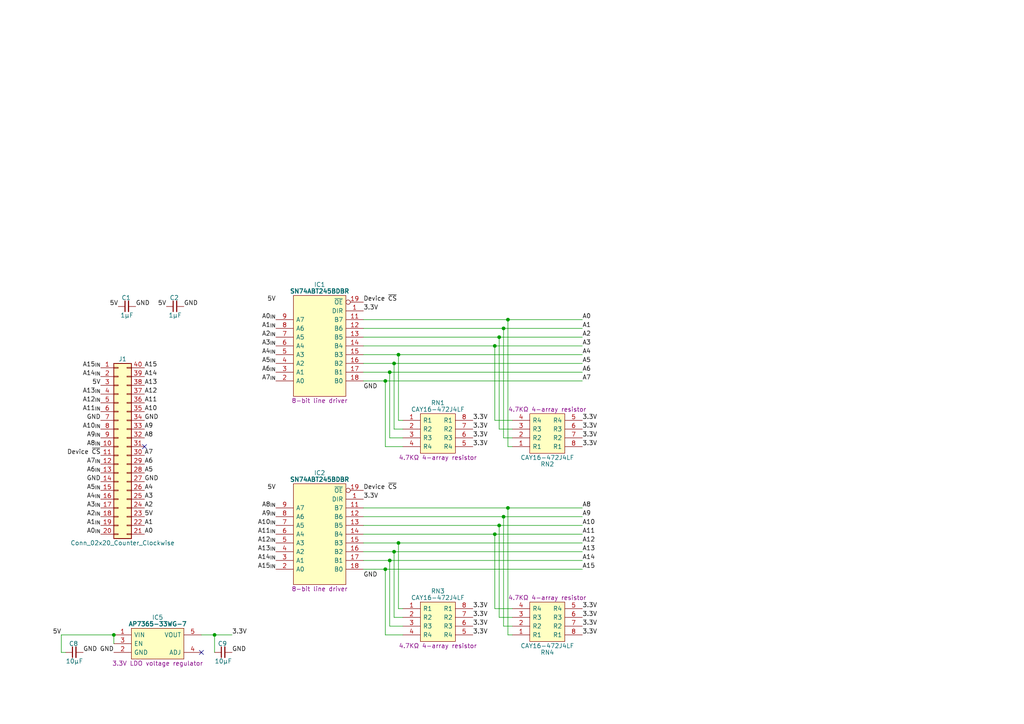
<source format=kicad_sch>
(kicad_sch (version 20230121) (generator eeschema)
  (paper "A4")
  (title_block (title "Address Buffer 16bit") (date "2024-02-01") (rev "V0"))
  (lib_symbols
    (symbol "Bourns:CAY16-472J4LF" (pin_names (offset 0.762))
      (property "Reference" "RN" (at 10.16 5.08 0))
      (property "Value" "CAY16-472J4LF" (at 10.16 3.175 0))
      (property "Description" "4.7KΩ 4-array resistor" (at 10.16 -10.795 0))
      (symbol "CAY16-472J4LF_0_0"
        (pin passive line (at 0 0 0) (length 5.08) (name "R1") (number "1"))
        (pin passive line (at 0 -2.54 0) (length 5.08) (name "R2") (number "2"))
        (pin passive line (at 0 -5.08 0) (length 5.08) (name "R3") (number "3"))
        (pin passive line (at 0 -7.62 0) (length 5.08) (name "R4") (number "4"))
        (pin passive line (at 20.32 -7.62 180) (length 5.08) (name "R4") (number "5"))
        (pin passive line (at 20.32 -5.08 180) (length 5.08) (name "R3") (number "6"))
        (pin passive line (at 20.32 -2.54 180) (length 5.08) (name "R2") (number "7"))
        (pin passive line (at 20.32 0 180) (length 5.08) (name "R1") (number "8"))
      )
      (symbol "CAY16-472J4LF_0_1"
        (polyline (pts (xy 5.08 1.905) (xy 15.24 1.905) (xy 15.24 -9.525) (xy 5.08 -9.525) (xy 5.08 1.905)) (stroke (width 0.1524)) (fill (type background)))
      )
    )
    (symbol "Connector_Generic:Conn_02x20_Counter_Clockwise" (pin_names (offset 1.016) hide)
      (property "Reference" "J" (at 1.27 25.4 0))
      (property "Value" "Conn_02x20_Counter_Clockwise" (at 1.27 -27.94 0))
      (symbol "Conn_02x20_Counter_Clockwise_1_1"
        (rectangle (start -1.27 -25.273) (end 0 -25.527) (stroke (width 0.1524)))
        (rectangle (start -1.27 -22.733) (end 0 -22.987) (stroke (width 0.1524)))
        (rectangle (start -1.27 -20.193) (end 0 -20.447) (stroke (width 0.1524)))
        (rectangle (start -1.27 -17.653) (end 0 -17.907) (stroke (width 0.1524)))
        (rectangle (start -1.27 -15.113) (end 0 -15.367) (stroke (width 0.1524)))
        (rectangle (start -1.27 -12.573) (end 0 -12.827) (stroke (width 0.1524)))
        (rectangle (start -1.27 -10.033) (end 0 -10.287) (stroke (width 0.1524)))
        (rectangle (start -1.27 -7.493) (end 0 -7.747) (stroke (width 0.1524)))
        (rectangle (start -1.27 -4.953) (end 0 -5.207) (stroke (width 0.1524)))
        (rectangle (start -1.27 -2.413) (end 0 -2.667) (stroke (width 0.1524)))
        (rectangle (start -1.27 0.127) (end 0 -0.127) (stroke (width 0.1524)))
        (rectangle (start -1.27 2.667) (end 0 2.413) (stroke (width 0.1524)))
        (rectangle (start -1.27 5.207) (end 0 4.953) (stroke (width 0.1524)))
        (rectangle (start -1.27 7.747) (end 0 7.493) (stroke (width 0.1524)))
        (rectangle (start -1.27 10.287) (end 0 10.033) (stroke (width 0.1524)))
        (rectangle (start -1.27 12.827) (end 0 12.573) (stroke (width 0.1524)))
        (rectangle (start -1.27 15.367) (end 0 15.113) (stroke (width 0.1524)))
        (rectangle (start -1.27 17.907) (end 0 17.653) (stroke (width 0.1524)))
        (rectangle (start -1.27 20.447) (end 0 20.193) (stroke (width 0.1524)))
        (rectangle (start -1.27 22.987) (end 0 22.733) (stroke (width 0.1524)))
        (rectangle (start -1.27 24.13) (end 3.81 -26.67) (stroke (width 0.254)) (fill (type background)))
        (rectangle (start 3.81 -25.273) (end 2.54 -25.527) (stroke (width 0.1524)))
        (rectangle (start 3.81 -22.733) (end 2.54 -22.987) (stroke (width 0.1524)))
        (rectangle (start 3.81 -20.193) (end 2.54 -20.447) (stroke (width 0.1524)))
        (rectangle (start 3.81 -17.653) (end 2.54 -17.907) (stroke (width 0.1524)))
        (rectangle (start 3.81 -15.113) (end 2.54 -15.367) (stroke (width 0.1524)))
        (rectangle (start 3.81 -12.573) (end 2.54 -12.827) (stroke (width 0.1524)))
        (rectangle (start 3.81 -10.033) (end 2.54 -10.287) (stroke (width 0.1524)))
        (rectangle (start 3.81 -7.493) (end 2.54 -7.747) (stroke (width 0.1524)))
        (rectangle (start 3.81 -4.953) (end 2.54 -5.207) (stroke (width 0.1524)))
        (rectangle (start 3.81 -2.413) (end 2.54 -2.667) (stroke (width 0.1524)))
        (rectangle (start 3.81 0.127) (end 2.54 -0.127) (stroke (width 0.1524)))
        (rectangle (start 3.81 2.667) (end 2.54 2.413) (stroke (width 0.1524)))
        (rectangle (start 3.81 5.207) (end 2.54 4.953) (stroke (width 0.1524)))
        (rectangle (start 3.81 7.747) (end 2.54 7.493) (stroke (width 0.1524)))
        (rectangle (start 3.81 10.287) (end 2.54 10.033) (stroke (width 0.1524)))
        (rectangle (start 3.81 12.827) (end 2.54 12.573) (stroke (width 0.1524)))
        (rectangle (start 3.81 15.367) (end 2.54 15.113) (stroke (width 0.1524)))
        (rectangle (start 3.81 17.907) (end 2.54 17.653) (stroke (width 0.1524)))
        (rectangle (start 3.81 20.447) (end 2.54 20.193) (stroke (width 0.1524)))
        (rectangle (start 3.81 22.987) (end 2.54 22.733) (stroke (width 0.1524)))
        (pin passive line (at -5.08 22.86 0) (length 3.81) (name "Pin_1") (number "1"))
        (pin passive line (at -5.08 0 0) (length 3.81) (name "Pin_10") (number "10"))
        (pin passive line (at -5.08 -2.54 0) (length 3.81) (name "Pin_11") (number "11"))
        (pin passive line (at -5.08 -5.08 0) (length 3.81) (name "Pin_12") (number "12"))
        (pin passive line (at -5.08 -7.62 0) (length 3.81) (name "Pin_13") (number "13"))
        (pin passive line (at -5.08 -10.16 0) (length 3.81) (name "Pin_14") (number "14"))
        (pin passive line (at -5.08 -12.7 0) (length 3.81) (name "Pin_15") (number "15"))
        (pin passive line (at -5.08 -15.24 0) (length 3.81) (name "Pin_16") (number "16"))
        (pin passive line (at -5.08 -17.78 0) (length 3.81) (name "Pin_17") (number "17"))
        (pin passive line (at -5.08 -20.32 0) (length 3.81) (name "Pin_18") (number "18"))
        (pin passive line (at -5.08 -22.86 0) (length 3.81) (name "Pin_19") (number "19"))
        (pin passive line (at -5.08 20.32 0) (length 3.81) (name "Pin_2") (number "2"))
        (pin passive line (at -5.08 -25.4 0) (length 3.81) (name "Pin_20") (number "20"))
        (pin passive line (at 7.62 -25.4 180) (length 3.81) (name "Pin_21") (number "21"))
        (pin passive line (at 7.62 -22.86 180) (length 3.81) (name "Pin_22") (number "22"))
        (pin passive line (at 7.62 -20.32 180) (length 3.81) (name "Pin_23") (number "23"))
        (pin passive line (at 7.62 -17.78 180) (length 3.81) (name "Pin_24") (number "24"))
        (pin passive line (at 7.62 -15.24 180) (length 3.81) (name "Pin_25") (number "25"))
        (pin passive line (at 7.62 -12.7 180) (length 3.81) (name "Pin_26") (number "26"))
        (pin passive line (at 7.62 -10.16 180) (length 3.81) (name "Pin_27") (number "27"))
        (pin passive line (at 7.62 -7.62 180) (length 3.81) (name "Pin_28") (number "28"))
        (pin passive line (at 7.62 -5.08 180) (length 3.81) (name "Pin_29") (number "29"))
        (pin passive line (at -5.08 17.78 0) (length 3.81) (name "Pin_3") (number "3"))
        (pin passive line (at 7.62 -2.54 180) (length 3.81) (name "Pin_30") (number "30"))
        (pin passive line (at 7.62 0 180) (length 3.81) (name "Pin_31") (number "31"))
        (pin passive line (at 7.62 2.54 180) (length 3.81) (name "Pin_32") (number "32"))
        (pin passive line (at 7.62 5.08 180) (length 3.81) (name "Pin_33") (number "33"))
        (pin passive line (at 7.62 7.62 180) (length 3.81) (name "Pin_34") (number "34"))
        (pin passive line (at 7.62 10.16 180) (length 3.81) (name "Pin_35") (number "35"))
        (pin passive line (at 7.62 12.7 180) (length 3.81) (name "Pin_36") (number "36"))
        (pin passive line (at 7.62 15.24 180) (length 3.81) (name "Pin_37") (number "37"))
        (pin passive line (at 7.62 17.78 180) (length 3.81) (name "Pin_38") (number "38"))
        (pin passive line (at 7.62 20.32 180) (length 3.81) (name "Pin_39") (number "39"))
        (pin passive line (at -5.08 15.24 0) (length 3.81) (name "Pin_4") (number "4"))
        (pin passive line (at 7.62 22.86 180) (length 3.81) (name "Pin_40") (number "40"))
        (pin passive line (at -5.08 12.7 0) (length 3.81) (name "Pin_5") (number "5"))
        (pin passive line (at -5.08 10.16 0) (length 3.81) (name "Pin_6") (number "6"))
        (pin passive line (at -5.08 7.62 0) (length 3.81) (name "Pin_7") (number "7"))
        (pin passive line (at -5.08 5.08 0) (length 3.81) (name "Pin_8") (number "8"))
        (pin passive line (at -5.08 2.54 0) (length 3.81) (name "Pin_9") (number "9"))
      )
    )
    (symbol "Diodes_Inc:AP7365-33WG-7" (pin_names (offset 0.762))
      (property "Reference" "IC" (at 12.7 5.08 0))
      (property "Value" "AP7365-33WG-7" (at 12.7 3.175 0))
      (property "Description" "3.3V LDO voltage regulator" (at 12.7 -8.255 0))
      (symbol "AP7365-33WG-7_0_0"
        (pin passive line (at 0 0 0) (length 5.08) (name "VIN") (number "1"))
        (pin passive line (at 0 -5.08 0) (length 5.08) (name "GND") (number "2"))
        (pin input line (at 0 -2.54 0) (length 5.08) (name "EN") (number "3"))
        (pin passive line (at 25.4 -5.08 180) (length 5.08) (name "ADJ") (number "4"))
        (pin passive line (at 25.4 0 180) (length 5.08) (name "VOUT") (number "5"))
      )
      (symbol "AP7365-33WG-7_0_1"
        (polyline (pts (xy 5.08 1.905) (xy 20.32 1.905) (xy 20.32 -6.985) (xy 5.08 -6.985) (xy 5.08 1.905)) (fill (type background)))
      )
    )
    (symbol "HCP65:C_0805" (pin_numbers hide) (pin_names (offset 0.254) hide)
      (property "Reference" "C" (at 2.286 2.54 0))
      (property "Value" "?μF" (at 2.54 -2.54 0))
      (symbol "C_0805_0_1"
        (polyline (pts (xy 1.9685 -1.4605) (xy 1.9685 1.5875)) (stroke (width 0.3048)))
        (polyline (pts (xy 2.9845 -1.4605) (xy 2.9845 1.5875)) (stroke (width 0.3302)))
      )
      (symbol "C_0805_1_1"
        (pin passive line (at 0 0 0) (length 2.032) (name "~") (number "1"))
        (pin passive line (at 5.08 0 180) (length 2.032) (name "~") (number "2"))
      )
    )
    (symbol "Texas_Instruments:SN74ABT245BDBR" (pin_names (offset 0.762))
      (property "Reference" "IC" (at 12.7 5.08 0))
      (property "Value" "SN74ABT245BDBR" (at 12.7 3.175 0))
      (property "Description" "8-bit line driver" (at 12.7 -28.575 0))
      (symbol "SN74ABT245BDBR_0_0"
        (pin input line (at 0 -2.54 0) (length 5.08) (name "DIR") (number "1"))
        (pin passive line (at 0 -25.4 0) (length 5.08) hide (name "GND") (number "10"))
        (pin tri_state line (at 0 -5.08 0) (length 5.08) (name "B7") (number "11"))
        (pin tri_state line (at 0 -7.62 0) (length 5.08) (name "B6") (number "12"))
        (pin tri_state line (at 0 -10.16 0) (length 5.08) (name "B5") (number "13"))
        (pin tri_state line (at 0 -12.7 0) (length 5.08) (name "B4") (number "14"))
        (pin tri_state line (at 0 -15.24 0) (length 5.08) (name "B3") (number "15"))
        (pin tri_state line (at 0 -17.78 0) (length 5.08) (name "B2") (number "16"))
        (pin tri_state line (at 0 -20.32 0) (length 5.08) (name "B1") (number "17"))
        (pin tri_state line (at 0 -22.86 0) (length 5.08) (name "B0") (number "18"))
        (pin input inverted (at 0 0 0) (length 5.08) (name "~{OE}") (number "19"))
        (pin tri_state line (at 25.4 -22.86 180) (length 5.08) (name "A0") (number "2"))
        (pin passive line (at 25.4 0 180) (length 5.08) hide (name "5V") (number "20"))
        (pin tri_state line (at 25.4 -20.32 180) (length 5.08) (name "A1") (number "3"))
        (pin tri_state line (at 25.4 -17.78 180) (length 5.08) (name "A2") (number "4"))
        (pin tri_state line (at 25.4 -15.24 180) (length 5.08) (name "A3") (number "5"))
        (pin tri_state line (at 25.4 -12.7 180) (length 5.08) (name "A4") (number "6"))
        (pin tri_state line (at 25.4 -10.16 180) (length 5.08) (name "A5") (number "7"))
        (pin tri_state line (at 25.4 -7.62 180) (length 5.08) (name "A6") (number "8"))
        (pin tri_state line (at 25.4 -5.08 180) (length 5.08) (name "A7") (number "9"))
      )
      (symbol "SN74ABT245BDBR_0_1"
        (polyline (pts (xy 5.08 1.905) (xy 20.32 1.905) (xy 20.32 -27.305) (xy 5.08 -27.305) (xy 5.08 1.905)) (stroke (width 0.1524)) (fill (type background)))
      )
    )
  )
  (junction (at 114.3 105.41))
  (junction (at 147.32 92.71))
  (junction (at 115.57 102.87))
  (junction (at 33.02 184.15))
  (junction (at 146.05 149.86))
  (junction (at 146.05 95.25))
  (junction (at 115.57 157.48))
  (junction (at 113.03 162.56))
  (junction (at 111.76 165.1))
  (junction (at 144.78 97.79))
  (junction (at 143.51 100.33))
  (junction (at 147.32 147.32))
  (junction (at 62.23 184.15))
  (junction (at 113.03 107.95))
  (junction (at 143.51 154.94))
  (junction (at 144.78 152.4))
  (junction (at 111.76 110.49))
  (junction (at 114.3 160.02))
  (no_connect (at 58.42 189.23))
  (no_connect (at 41.91 129.54))
  (wire (pts (xy 143.51 100.33) (xy 168.91 100.33)))
  (wire (pts (xy 148.59 127) (xy 146.05 127)))
  (wire (pts (xy 168.91 154.94) (xy 143.51 154.94)))
  (wire (pts (xy 147.32 92.71) (xy 168.91 92.71)))
  (wire (pts (xy 143.51 176.53) (xy 148.59 176.53)))
  (wire (pts (xy 114.3 105.41) (xy 168.91 105.41)))
  (wire (pts (xy 111.76 129.54) (xy 111.76 110.49)))
  (wire (pts (xy 113.03 127) (xy 113.03 107.95)))
  (wire (pts (xy 146.05 95.25) (xy 168.91 95.25)))
  (wire (pts (xy 62.23 189.23) (xy 62.23 184.15)))
  (wire (pts (xy 144.78 179.07) (xy 144.78 152.4)))
  (wire (pts (xy 148.59 184.15) (xy 147.32 184.15)))
  (wire (pts (xy 105.41 97.79) (xy 144.78 97.79)))
  (wire (pts (xy 114.3 124.46) (xy 116.84 124.46)))
  (wire (pts (xy 147.32 92.71) (xy 147.32 129.54)))
  (wire (pts (xy 111.76 110.49) (xy 168.91 110.49)))
  (wire (pts (xy 111.76 165.1) (xy 105.41 165.1)))
  (wire (pts (xy 146.05 149.86) (xy 146.05 181.61)))
  (wire (pts (xy 113.03 107.95) (xy 168.91 107.95)))
  (wire (pts (xy 105.41 95.25) (xy 146.05 95.25)))
  (wire (pts (xy 168.91 157.48) (xy 115.57 157.48)))
  (wire (pts (xy 148.59 129.54) (xy 147.32 129.54)))
  (wire (pts (xy 17.78 184.15) (xy 33.02 184.15)))
  (wire (pts (xy 143.51 121.92) (xy 148.59 121.92)))
  (wire (pts (xy 105.41 102.87) (xy 115.57 102.87)))
  (wire (pts (xy 144.78 97.79) (xy 168.91 97.79)))
  (wire (pts (xy 114.3 179.07) (xy 116.84 179.07)))
  (wire (pts (xy 168.91 165.1) (xy 111.76 165.1)))
  (wire (pts (xy 33.02 184.15) (xy 33.02 186.69)))
  (wire (pts (xy 115.57 121.92) (xy 116.84 121.92)))
  (wire (pts (xy 168.91 149.86) (xy 146.05 149.86)))
  (wire (pts (xy 111.76 184.15) (xy 111.76 165.1)))
  (wire (pts (xy 116.84 127) (xy 113.03 127)))
  (wire (pts (xy 168.91 147.32) (xy 147.32 147.32)))
  (wire (pts (xy 116.84 184.15) (xy 111.76 184.15)))
  (wire (pts (xy 114.3 179.07) (xy 114.3 160.02)))
  (wire (pts (xy 146.05 95.25) (xy 146.05 127)))
  (wire (pts (xy 116.84 181.61) (xy 113.03 181.61)))
  (wire (pts (xy 115.57 121.92) (xy 115.57 102.87)))
  (wire (pts (xy 115.57 157.48) (xy 105.41 157.48)))
  (wire (pts (xy 115.57 102.87) (xy 168.91 102.87)))
  (wire (pts (xy 105.41 100.33) (xy 143.51 100.33)))
  (wire (pts (xy 105.41 107.95) (xy 113.03 107.95)))
  (wire (pts (xy 168.91 162.56) (xy 113.03 162.56)))
  (wire (pts (xy 105.41 92.71) (xy 147.32 92.71)))
  (wire (pts (xy 144.78 124.46) (xy 148.59 124.46)))
  (wire (pts (xy 58.42 184.15) (xy 62.23 184.15)))
  (wire (pts (xy 147.32 147.32) (xy 147.32 184.15)))
  (wire (pts (xy 144.78 152.4) (xy 105.41 152.4)))
  (wire (pts (xy 105.41 110.49) (xy 111.76 110.49)))
  (wire (pts (xy 168.91 160.02) (xy 114.3 160.02)))
  (wire (pts (xy 143.51 154.94) (xy 105.41 154.94)))
  (wire (pts (xy 114.3 160.02) (xy 105.41 160.02)))
  (wire (pts (xy 143.51 121.92) (xy 143.51 100.33)))
  (wire (pts (xy 148.59 181.61) (xy 146.05 181.61)))
  (wire (pts (xy 116.84 129.54) (xy 111.76 129.54)))
  (wire (pts (xy 17.78 184.15) (xy 17.78 189.23)))
  (wire (pts (xy 144.78 124.46) (xy 144.78 97.79)))
  (wire (pts (xy 113.03 162.56) (xy 105.41 162.56)))
  (wire (pts (xy 115.57 176.53) (xy 116.84 176.53)))
  (wire (pts (xy 105.41 105.41) (xy 114.3 105.41)))
  (wire (pts (xy 114.3 124.46) (xy 114.3 105.41)))
  (wire (pts (xy 168.91 152.4) (xy 144.78 152.4)))
  (wire (pts (xy 115.57 176.53) (xy 115.57 157.48)))
  (wire (pts (xy 113.03 181.61) (xy 113.03 162.56)))
  (wire (pts (xy 146.05 149.86) (xy 105.41 149.86)))
  (wire (pts (xy 17.78 189.23) (xy 19.05 189.23)))
  (wire (pts (xy 144.78 179.07) (xy 148.59 179.07)))
  (wire (pts (xy 62.23 184.15) (xy 67.31 184.15)))
  (wire (pts (xy 143.51 176.53) (xy 143.51 154.94)))
  (wire (pts (xy 147.32 147.32) (xy 105.41 147.32)))
  (label "3.3V" (at 168.91 124.46 0))
  (label "3.3V" (at 137.16 121.92 0))
  (label "A7_{IN}" (at 29.21 134.62 180))
  (label "A2" (at 41.91 147.32 0))
  (label "3.3V" (at 168.91 127 0))
  (label "3.3V" (at 168.91 176.53 0))
  (label "A12_{IN}" (at 29.21 116.84 180))
  (label "Device ~{CS}" (at 29.21 132.08 180))
  (label "3.3V" (at 168.91 129.54 0))
  (label "3.3V" (at 137.16 184.15 0))
  (label "A7" (at 168.91 110.49 0))
  (label "3.3V" (at 105.41 144.78 0))
  (label "A15" (at 41.91 106.68 0))
  (label "A12" (at 41.91 114.3 0))
  (label "A8_{IN}" (at 80.01 147.32 180))
  (label "A3" (at 41.91 144.78 0))
  (label "GND" (at 67.31 189.23 0))
  (label "A12_{IN}" (at 80.01 157.48 180))
  (label "A9" (at 41.91 124.46 0))
  (label "A2_{IN}" (at 29.21 149.86 180))
  (label "A9_{IN}" (at 29.21 127 180))
  (label "5V" (at 80.01 87.63 180))
  (label "A7_{IN}" (at 80.01 110.49 180))
  (label "A14_{IN}" (at 29.21 109.22 180))
  (label "A8" (at 168.91 147.32 0))
  (label "A5" (at 41.91 137.16 0))
  (label "GND" (at 24.13 189.23 0))
  (label "A0" (at 41.91 154.94 0))
  (label "5V" (at 17.78 184.15 180))
  (label "3.3V" (at 137.16 176.53 0))
  (label "A11_{IN}" (at 80.01 154.94 180))
  (label "A14" (at 168.91 162.56 0))
  (label "A0_{IN}" (at 80.01 92.71 180))
  (label "3.3V" (at 137.16 179.07 0))
  (label "A4_{IN}" (at 80.01 102.87 180))
  (label "A15_{IN}" (at 80.01 165.1 180))
  (label "A13_{IN}" (at 80.01 160.02 180))
  (label "5V" (at 80.01 142.24 180))
  (label "3.3V" (at 105.41 90.17 0))
  (label "A10" (at 41.91 119.38 0))
  (label "A3_{IN}" (at 80.01 100.33 180))
  (label "A4" (at 41.91 142.24 0))
  (label "GND" (at 33.02 189.23 180))
  (label "A5" (at 168.91 105.41 0))
  (label "A5_{IN}" (at 29.21 142.24 180))
  (label "A5_{IN}" (at 80.01 105.41 180))
  (label "A7" (at 41.91 132.08 0))
  (label "A2_{IN}" (at 80.01 97.79 180))
  (label "GND" (at 41.91 139.7 0))
  (label "A0" (at 168.91 92.71 0))
  (label "5V" (at 29.21 111.76 180))
  (label "A11_{IN}" (at 29.21 119.38 180))
  (label "GND" (at 105.41 167.64 0))
  (label "A13" (at 168.91 160.02 0))
  (label "A1" (at 168.91 95.25 0))
  (label "A13" (at 41.91 111.76 0))
  (label "GND" (at 41.91 121.92 0))
  (label "Device ~{CS}" (at 105.41 142.24 0))
  (label "A14_{IN}" (at 80.01 162.56 180))
  (label "A0_{IN}" (at 29.21 154.94 180))
  (label "A10" (at 168.91 152.4 0))
  (label "A13_{IN}" (at 29.21 114.3 180))
  (label "A6" (at 168.91 107.95 0))
  (label "Device ~{CS}" (at 105.41 87.63 0))
  (label "5V" (at 34.29 88.9 180))
  (label "GND" (at 29.21 139.7 180))
  (label "A4_{IN}" (at 29.21 144.78 180))
  (label "GND" (at 39.37 88.9 0))
  (label "3.3V" (at 168.91 121.92 0))
  (label "A14" (at 41.91 109.22 0))
  (label "3.3V" (at 168.91 184.15 0))
  (label "A12" (at 168.91 157.48 0))
  (label "3.3V" (at 137.16 181.61 0))
  (label "3.3V" (at 137.16 124.46 0))
  (label "3.3V" (at 67.31 184.15 0))
  (label "A10_{IN}" (at 80.01 152.4 180))
  (label "A6_{IN}" (at 29.21 137.16 180))
  (label "GND" (at 105.41 113.03 0))
  (label "GND" (at 29.21 121.92 180))
  (label "A1_{IN}" (at 29.21 152.4 180))
  (label "A1" (at 41.91 152.4 0))
  (label "5V" (at 41.91 149.86 0))
  (label "A8" (at 41.91 127 0))
  (label "A11" (at 168.91 154.94 0))
  (label "A3" (at 168.91 100.33 0))
  (label "A10_{IN}" (at 29.21 124.46 180))
  (label "GND" (at 53.34 88.9 0))
  (label "A2" (at 168.91 97.79 0))
  (label "A15_{IN}" (at 29.21 106.68 180))
  (label "3.3V" (at 168.91 181.61 0))
  (label "A9_{IN}" (at 80.01 149.86 180))
  (label "3.3V" (at 137.16 127 0))
  (label "A9" (at 168.91 149.86 0))
  (label "A8_{IN}" (at 29.21 129.54 180))
  (label "3.3V" (at 137.16 129.54 0))
  (label "A15" (at 168.91 165.1 0))
  (label "A1_{IN}" (at 80.01 95.25 180))
  (label "A4" (at 168.91 102.87 0))
  (label "A6" (at 41.91 134.62 0))
  (label "5V" (at 48.26 88.9 180))
  (label "A3_{IN}" (at 29.21 147.32 180))
  (label "A6_{IN}" (at 80.01 107.95 180))
  (label "3.3V" (at 168.91 179.07 0))
  (label "A11" (at 41.91 116.84 0))
  (symbol (lib_id "Bourns:CAY16-472J4LF") (at 148.59 129.54 0) (mirror x) (unit 1)
    (property "Reference" "RN2" (at 158.75 134.62 0))
    (property "Value" "CAY16-472J4LF" (at 158.75 132.715 0))
    (property "Footprint" "CAY16472J4LF" (effects hide))
    (property "Datasheet" "https://www.bourns.com/pdfs/CATCAY.pdf" (effects hide))
    (property "Description" "4.7KΩ 4-array resistor" (at 158.75 118.745 0))
    (property "Manufacturer_Name" "Bourns" (effects hide))
    (property "Manufacturer_Part_Number" "CAY16-472J4LF" (effects hide))
    (property "Mouser Part Number" "652-CAY16-472J4LF" (effects hide))
    (property "Mouser Price/Stock" "https://www.mouser.co.uk/ProductDetail/Bourns/CAY16-472J4LF?qs=vjljXApjgZXDWSqaYW6%252BOA%3D%3D" (effects hide))
    (property "Silkscreen" "4.7KΩ" (effects hide))
  )
  (symbol (lib_id "HCP65:C_0805") (at 34.29 88.9 0) (unit 1)
    (property "Reference" "C1" (at 36.576 86.36 0))
    (property "Value" "1μF" (at 36.83 91.44 0))
    (property "Footprint" "SamacSys_Parts:C_0805" (effects hide))
  )
  (symbol (lib_id "Texas_Instruments:SN74ABT245BDBR") (at 105.41 87.63 0) (mirror y) (unit 1)
    (property "Reference" "IC1" (at 92.71 82.55 0))
    (property "Value" "SN74ABT245BDBR" (at 92.71 84.455 0) (effects (font bold)))
    (property "Footprint" "SOP65P780X200-20N" (effects hide))
    (property "Datasheet" "http://www.ti.com/lit/gpn/sn74abt245b" (effects hide))
    (property "Description" "8-bit line driver" (at 92.71 116.205 0))
    (property "Height" "2" (effects hide))
    (property "Manufacturer_Name" "Texas Instruments" (effects hide))
    (property "Manufacturer_Part_Number" "SN74ABT245BDBR" (effects hide))
    (property "Mouser Part Number" "595-SN74ABT245BDBR" (effects hide))
    (property "Mouser Price/Stock" "https://www.mouser.co.uk/ProductDetail/Texas-Instruments/SN74ABT245BDBR?qs=5nGYs9Do7G0kvriH65mtcg%3D%3D" (effects hide))
    (property "Silkscreen" "74ABT245" (effects hide))
  )
  (symbol (lib_id "Bourns:CAY16-472J4LF") (at 148.59 184.15 0) (mirror x) (unit 1)
    (property "Reference" "RN4" (at 158.75 189.23 0))
    (property "Value" "CAY16-472J4LF" (at 158.75 187.325 0))
    (property "Footprint" "CAY16472J4LF" (effects hide))
    (property "Datasheet" "https://www.bourns.com/pdfs/CATCAY.pdf" (effects hide))
    (property "Description" "4.7KΩ 4-array resistor" (at 158.75 173.355 0))
    (property "Manufacturer_Name" "Bourns" (effects hide))
    (property "Manufacturer_Part_Number" "CAY16-472J4LF" (effects hide))
    (property "Mouser Part Number" "652-CAY16-472J4LF" (effects hide))
    (property "Mouser Price/Stock" "https://www.mouser.co.uk/ProductDetail/Bourns/CAY16-472J4LF?qs=vjljXApjgZXDWSqaYW6%252BOA%3D%3D" (effects hide))
    (property "Silkscreen" "4.7KΩ" (effects hide))
  )
  (symbol (lib_id "Bourns:CAY16-472J4LF") (at 116.84 176.53 0) (unit 1)
    (property "Reference" "RN3" (at 127 171.45 0))
    (property "Value" "CAY16-472J4LF" (at 127 173.355 0))
    (property "Footprint" "CAY16472J4LF" (effects hide))
    (property "Datasheet" "https://www.bourns.com/pdfs/CATCAY.pdf" (effects hide))
    (property "Description" "4.7KΩ 4-array resistor" (at 127 187.325 0))
    (property "Manufacturer_Name" "Bourns" (effects hide))
    (property "Manufacturer_Part_Number" "CAY16-472J4LF" (effects hide))
    (property "Mouser Part Number" "652-CAY16-472J4LF" (effects hide))
    (property "Mouser Price/Stock" "https://www.mouser.co.uk/ProductDetail/Bourns/CAY16-472J4LF?qs=vjljXApjgZXDWSqaYW6%252BOA%3D%3D" (effects hide))
    (property "Silkscreen" "4.7KΩ" (effects hide))
  )
  (symbol (lib_id "HCP65:C_0805") (at 19.05 189.23 0) (unit 1)
    (property "Reference" "C8" (at 21.336 186.69 0))
    (property "Value" "10µF" (at 19.05 191.77 0) (effects (justify left)))
    (property "Footprint" "SamacSys_Parts:C_0805" (effects hide))
  )
  (symbol (lib_id "Texas_Instruments:SN74ABT245BDBR") (at 105.41 142.24 0) (mirror y) (unit 1)
    (property "Reference" "IC2" (at 92.71 137.16 0))
    (property "Value" "SN74ABT245BDBR" (at 92.71 139.065 0) (effects (font bold)))
    (property "Footprint" "SOP65P780X200-20N" (effects hide))
    (property "Datasheet" "http://www.ti.com/lit/gpn/sn74abt245b" (effects hide))
    (property "Description" "8-bit line driver" (at 92.71 170.815 0))
    (property "Height" "2" (effects hide))
    (property "Manufacturer_Name" "Texas Instruments" (effects hide))
    (property "Manufacturer_Part_Number" "SN74ABT245BDBR" (effects hide))
    (property "Mouser Part Number" "595-SN74ABT245BDBR" (effects hide))
    (property "Mouser Price/Stock" "https://www.mouser.co.uk/ProductDetail/Texas-Instruments/SN74ABT245BDBR?qs=5nGYs9Do7G0kvriH65mtcg%3D%3D" (effects hide))
    (property "Silkscreen" "74ABT245" (effects hide))
  )
  (symbol (lib_id "Bourns:CAY16-472J4LF") (at 116.84 121.92 0) (unit 1)
    (property "Reference" "RN1" (at 127 116.84 0))
    (property "Value" "CAY16-472J4LF" (at 127 118.745 0))
    (property "Footprint" "CAY16472J4LF" (effects hide))
    (property "Datasheet" "https://www.bourns.com/pdfs/CATCAY.pdf" (effects hide))
    (property "Description" "4.7KΩ 4-array resistor" (at 127 132.715 0))
    (property "Manufacturer_Name" "Bourns" (effects hide))
    (property "Manufacturer_Part_Number" "CAY16-472J4LF" (effects hide))
    (property "Mouser Part Number" "652-CAY16-472J4LF" (effects hide))
    (property "Mouser Price/Stock" "https://www.mouser.co.uk/ProductDetail/Bourns/CAY16-472J4LF?qs=vjljXApjgZXDWSqaYW6%252BOA%3D%3D" (effects hide))
    (property "Silkscreen" "4.7KΩ" (effects hide))
  )
  (symbol (lib_id "Diodes_Inc:AP7365-33WG-7") (at 33.02 184.15 0) (unit 1)
    (property "Reference" "IC5" (at 45.72 179.07 0))
    (property "Value" "AP7365-33WG-7" (at 45.72 180.975 0) (effects (font bold)))
    (property "Footprint" "SOT95P285X130-5N" (effects hide))
    (property "Datasheet" "https://componentsearchengine.com/Datasheets/1/AP7365-33WG-7.pdf" (effects hide))
    (property "Description" "3.3V LDO voltage regulator" (at 45.72 192.405 0))
    (property "Height" "1.3" (effects hide))
    (property "Manufacturer_Name" "Diodes Inc." (effects hide))
    (property "Manufacturer_Part_Number" "AP7365-33WG-7" (effects hide))
    (property "Mouser Part Number" "621-AP7365-33WG-7" (effects hide))
    (property "Mouser Price/Stock" "https://www.mouser.co.uk/ProductDetail/Diodes-Incorporated/AP7365-33WG-7?qs=abZ1nkZpTuOZFvxvoFPL0w%3D%3D" (effects hide))
    (property "Arrow Part Number" "AP7365-33WG-7" (effects hide))
    (property "Arrow Price/Stock" "https://www.arrow.com/en/products/ap7365-33wg-7/diodes-incorporated?region=nac" (effects hide))
    (property "Silkscreen" "AP7365" (effects hide))
  )
  (symbol (lib_id "HCP65:C_0805") (at 48.26 88.9 0) (unit 1)
    (property "Reference" "C2" (at 50.546 86.36 0))
    (property "Value" "1μF" (at 50.8 91.44 0))
    (property "Footprint" "SamacSys_Parts:C_0805" (effects hide))
  )
  (symbol (lib_id "HCP65:C_0805") (at 62.23 189.23 0) (unit 1)
    (property "Reference" "C9" (at 64.516 186.69 0))
    (property "Value" "10µF" (at 62.23 191.77 0) (effects (justify left)))
    (property "Footprint" "SamacSys_Parts:C_0805" (effects hide))
  )
  (symbol (lib_id "Connector_Generic:Conn_02x20_Counter_Clockwise") (at 34.29 129.54 0) (unit 1)
    (property "Reference" "J1" (at 35.56 104.14 0))
    (property "Value" "Conn_02x20_Counter_Clockwise" (at 35.56 157.48 0))
    (property "Footprint" "SamacSys_Parts:DIP-40_Board_W15.24mm" (effects hide))
  )
)
</source>
